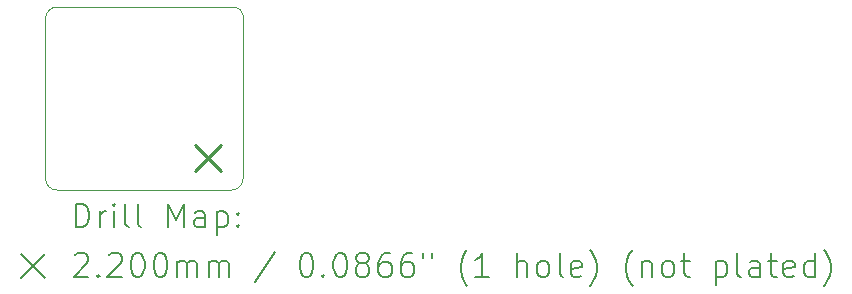
<source format=gbr>
%TF.GenerationSoftware,KiCad,Pcbnew,8.0.5*%
%TF.CreationDate,2024-10-31T19:03:14-07:00*%
%TF.ProjectId,uSlime_BNO085_Module,75536c69-6d65-45f4-924e-4f3038355f4d,rev?*%
%TF.SameCoordinates,Original*%
%TF.FileFunction,Drillmap*%
%TF.FilePolarity,Positive*%
%FSLAX45Y45*%
G04 Gerber Fmt 4.5, Leading zero omitted, Abs format (unit mm)*
G04 Created by KiCad (PCBNEW 8.0.5) date 2024-10-31 19:03:14*
%MOMM*%
%LPD*%
G01*
G04 APERTURE LIST*
%ADD10C,0.050000*%
%ADD11C,0.200000*%
%ADD12C,0.220000*%
G04 APERTURE END LIST*
D10*
X9340000Y-9535000D02*
G75*
G02*
X9440000Y-9435000I100000J0D01*
G01*
X9440000Y-10985000D02*
G75*
G02*
X9340000Y-10885000I0J100000D01*
G01*
X10940000Y-9435000D02*
X9440000Y-9435000D01*
X9340000Y-9535000D02*
X9340000Y-10885000D01*
X11015000Y-10885000D02*
G75*
G02*
X10915000Y-10985000I-100000J0D01*
G01*
X10940000Y-9435000D02*
G75*
G02*
X11015000Y-9510000I0J-75000D01*
G01*
X11015000Y-10885000D02*
X11015000Y-9510000D01*
X9440000Y-10985000D02*
X10915000Y-10985000D01*
D11*
D12*
X10605000Y-10600000D02*
X10825000Y-10820000D01*
X10825000Y-10600000D02*
X10605000Y-10820000D01*
D11*
X9598277Y-11298984D02*
X9598277Y-11098984D01*
X9598277Y-11098984D02*
X9645896Y-11098984D01*
X9645896Y-11098984D02*
X9674467Y-11108508D01*
X9674467Y-11108508D02*
X9693515Y-11127555D01*
X9693515Y-11127555D02*
X9703039Y-11146603D01*
X9703039Y-11146603D02*
X9712563Y-11184698D01*
X9712563Y-11184698D02*
X9712563Y-11213269D01*
X9712563Y-11213269D02*
X9703039Y-11251365D01*
X9703039Y-11251365D02*
X9693515Y-11270412D01*
X9693515Y-11270412D02*
X9674467Y-11289460D01*
X9674467Y-11289460D02*
X9645896Y-11298984D01*
X9645896Y-11298984D02*
X9598277Y-11298984D01*
X9798277Y-11298984D02*
X9798277Y-11165650D01*
X9798277Y-11203746D02*
X9807801Y-11184698D01*
X9807801Y-11184698D02*
X9817324Y-11175174D01*
X9817324Y-11175174D02*
X9836372Y-11165650D01*
X9836372Y-11165650D02*
X9855420Y-11165650D01*
X9922086Y-11298984D02*
X9922086Y-11165650D01*
X9922086Y-11098984D02*
X9912563Y-11108508D01*
X9912563Y-11108508D02*
X9922086Y-11118031D01*
X9922086Y-11118031D02*
X9931610Y-11108508D01*
X9931610Y-11108508D02*
X9922086Y-11098984D01*
X9922086Y-11098984D02*
X9922086Y-11118031D01*
X10045896Y-11298984D02*
X10026848Y-11289460D01*
X10026848Y-11289460D02*
X10017324Y-11270412D01*
X10017324Y-11270412D02*
X10017324Y-11098984D01*
X10150658Y-11298984D02*
X10131610Y-11289460D01*
X10131610Y-11289460D02*
X10122086Y-11270412D01*
X10122086Y-11270412D02*
X10122086Y-11098984D01*
X10379229Y-11298984D02*
X10379229Y-11098984D01*
X10379229Y-11098984D02*
X10445896Y-11241841D01*
X10445896Y-11241841D02*
X10512563Y-11098984D01*
X10512563Y-11098984D02*
X10512563Y-11298984D01*
X10693515Y-11298984D02*
X10693515Y-11194222D01*
X10693515Y-11194222D02*
X10683991Y-11175174D01*
X10683991Y-11175174D02*
X10664944Y-11165650D01*
X10664944Y-11165650D02*
X10626848Y-11165650D01*
X10626848Y-11165650D02*
X10607801Y-11175174D01*
X10693515Y-11289460D02*
X10674467Y-11298984D01*
X10674467Y-11298984D02*
X10626848Y-11298984D01*
X10626848Y-11298984D02*
X10607801Y-11289460D01*
X10607801Y-11289460D02*
X10598277Y-11270412D01*
X10598277Y-11270412D02*
X10598277Y-11251365D01*
X10598277Y-11251365D02*
X10607801Y-11232317D01*
X10607801Y-11232317D02*
X10626848Y-11222793D01*
X10626848Y-11222793D02*
X10674467Y-11222793D01*
X10674467Y-11222793D02*
X10693515Y-11213269D01*
X10788753Y-11165650D02*
X10788753Y-11365650D01*
X10788753Y-11175174D02*
X10807801Y-11165650D01*
X10807801Y-11165650D02*
X10845896Y-11165650D01*
X10845896Y-11165650D02*
X10864944Y-11175174D01*
X10864944Y-11175174D02*
X10874467Y-11184698D01*
X10874467Y-11184698D02*
X10883991Y-11203746D01*
X10883991Y-11203746D02*
X10883991Y-11260888D01*
X10883991Y-11260888D02*
X10874467Y-11279936D01*
X10874467Y-11279936D02*
X10864944Y-11289460D01*
X10864944Y-11289460D02*
X10845896Y-11298984D01*
X10845896Y-11298984D02*
X10807801Y-11298984D01*
X10807801Y-11298984D02*
X10788753Y-11289460D01*
X10969705Y-11279936D02*
X10979229Y-11289460D01*
X10979229Y-11289460D02*
X10969705Y-11298984D01*
X10969705Y-11298984D02*
X10960182Y-11289460D01*
X10960182Y-11289460D02*
X10969705Y-11279936D01*
X10969705Y-11279936D02*
X10969705Y-11298984D01*
X10969705Y-11175174D02*
X10979229Y-11184698D01*
X10979229Y-11184698D02*
X10969705Y-11194222D01*
X10969705Y-11194222D02*
X10960182Y-11184698D01*
X10960182Y-11184698D02*
X10969705Y-11175174D01*
X10969705Y-11175174D02*
X10969705Y-11194222D01*
X9137500Y-11527500D02*
X9337500Y-11727500D01*
X9337500Y-11527500D02*
X9137500Y-11727500D01*
X9588753Y-11538031D02*
X9598277Y-11528508D01*
X9598277Y-11528508D02*
X9617324Y-11518984D01*
X9617324Y-11518984D02*
X9664944Y-11518984D01*
X9664944Y-11518984D02*
X9683991Y-11528508D01*
X9683991Y-11528508D02*
X9693515Y-11538031D01*
X9693515Y-11538031D02*
X9703039Y-11557079D01*
X9703039Y-11557079D02*
X9703039Y-11576127D01*
X9703039Y-11576127D02*
X9693515Y-11604698D01*
X9693515Y-11604698D02*
X9579229Y-11718984D01*
X9579229Y-11718984D02*
X9703039Y-11718984D01*
X9788753Y-11699936D02*
X9798277Y-11709460D01*
X9798277Y-11709460D02*
X9788753Y-11718984D01*
X9788753Y-11718984D02*
X9779229Y-11709460D01*
X9779229Y-11709460D02*
X9788753Y-11699936D01*
X9788753Y-11699936D02*
X9788753Y-11718984D01*
X9874467Y-11538031D02*
X9883991Y-11528508D01*
X9883991Y-11528508D02*
X9903039Y-11518984D01*
X9903039Y-11518984D02*
X9950658Y-11518984D01*
X9950658Y-11518984D02*
X9969705Y-11528508D01*
X9969705Y-11528508D02*
X9979229Y-11538031D01*
X9979229Y-11538031D02*
X9988753Y-11557079D01*
X9988753Y-11557079D02*
X9988753Y-11576127D01*
X9988753Y-11576127D02*
X9979229Y-11604698D01*
X9979229Y-11604698D02*
X9864944Y-11718984D01*
X9864944Y-11718984D02*
X9988753Y-11718984D01*
X10112563Y-11518984D02*
X10131610Y-11518984D01*
X10131610Y-11518984D02*
X10150658Y-11528508D01*
X10150658Y-11528508D02*
X10160182Y-11538031D01*
X10160182Y-11538031D02*
X10169705Y-11557079D01*
X10169705Y-11557079D02*
X10179229Y-11595174D01*
X10179229Y-11595174D02*
X10179229Y-11642793D01*
X10179229Y-11642793D02*
X10169705Y-11680888D01*
X10169705Y-11680888D02*
X10160182Y-11699936D01*
X10160182Y-11699936D02*
X10150658Y-11709460D01*
X10150658Y-11709460D02*
X10131610Y-11718984D01*
X10131610Y-11718984D02*
X10112563Y-11718984D01*
X10112563Y-11718984D02*
X10093515Y-11709460D01*
X10093515Y-11709460D02*
X10083991Y-11699936D01*
X10083991Y-11699936D02*
X10074467Y-11680888D01*
X10074467Y-11680888D02*
X10064944Y-11642793D01*
X10064944Y-11642793D02*
X10064944Y-11595174D01*
X10064944Y-11595174D02*
X10074467Y-11557079D01*
X10074467Y-11557079D02*
X10083991Y-11538031D01*
X10083991Y-11538031D02*
X10093515Y-11528508D01*
X10093515Y-11528508D02*
X10112563Y-11518984D01*
X10303039Y-11518984D02*
X10322086Y-11518984D01*
X10322086Y-11518984D02*
X10341134Y-11528508D01*
X10341134Y-11528508D02*
X10350658Y-11538031D01*
X10350658Y-11538031D02*
X10360182Y-11557079D01*
X10360182Y-11557079D02*
X10369705Y-11595174D01*
X10369705Y-11595174D02*
X10369705Y-11642793D01*
X10369705Y-11642793D02*
X10360182Y-11680888D01*
X10360182Y-11680888D02*
X10350658Y-11699936D01*
X10350658Y-11699936D02*
X10341134Y-11709460D01*
X10341134Y-11709460D02*
X10322086Y-11718984D01*
X10322086Y-11718984D02*
X10303039Y-11718984D01*
X10303039Y-11718984D02*
X10283991Y-11709460D01*
X10283991Y-11709460D02*
X10274467Y-11699936D01*
X10274467Y-11699936D02*
X10264944Y-11680888D01*
X10264944Y-11680888D02*
X10255420Y-11642793D01*
X10255420Y-11642793D02*
X10255420Y-11595174D01*
X10255420Y-11595174D02*
X10264944Y-11557079D01*
X10264944Y-11557079D02*
X10274467Y-11538031D01*
X10274467Y-11538031D02*
X10283991Y-11528508D01*
X10283991Y-11528508D02*
X10303039Y-11518984D01*
X10455420Y-11718984D02*
X10455420Y-11585650D01*
X10455420Y-11604698D02*
X10464944Y-11595174D01*
X10464944Y-11595174D02*
X10483991Y-11585650D01*
X10483991Y-11585650D02*
X10512563Y-11585650D01*
X10512563Y-11585650D02*
X10531610Y-11595174D01*
X10531610Y-11595174D02*
X10541134Y-11614222D01*
X10541134Y-11614222D02*
X10541134Y-11718984D01*
X10541134Y-11614222D02*
X10550658Y-11595174D01*
X10550658Y-11595174D02*
X10569705Y-11585650D01*
X10569705Y-11585650D02*
X10598277Y-11585650D01*
X10598277Y-11585650D02*
X10617325Y-11595174D01*
X10617325Y-11595174D02*
X10626848Y-11614222D01*
X10626848Y-11614222D02*
X10626848Y-11718984D01*
X10722086Y-11718984D02*
X10722086Y-11585650D01*
X10722086Y-11604698D02*
X10731610Y-11595174D01*
X10731610Y-11595174D02*
X10750658Y-11585650D01*
X10750658Y-11585650D02*
X10779229Y-11585650D01*
X10779229Y-11585650D02*
X10798277Y-11595174D01*
X10798277Y-11595174D02*
X10807801Y-11614222D01*
X10807801Y-11614222D02*
X10807801Y-11718984D01*
X10807801Y-11614222D02*
X10817325Y-11595174D01*
X10817325Y-11595174D02*
X10836372Y-11585650D01*
X10836372Y-11585650D02*
X10864944Y-11585650D01*
X10864944Y-11585650D02*
X10883991Y-11595174D01*
X10883991Y-11595174D02*
X10893515Y-11614222D01*
X10893515Y-11614222D02*
X10893515Y-11718984D01*
X11283991Y-11509460D02*
X11112563Y-11766603D01*
X11541134Y-11518984D02*
X11560182Y-11518984D01*
X11560182Y-11518984D02*
X11579229Y-11528508D01*
X11579229Y-11528508D02*
X11588753Y-11538031D01*
X11588753Y-11538031D02*
X11598277Y-11557079D01*
X11598277Y-11557079D02*
X11607801Y-11595174D01*
X11607801Y-11595174D02*
X11607801Y-11642793D01*
X11607801Y-11642793D02*
X11598277Y-11680888D01*
X11598277Y-11680888D02*
X11588753Y-11699936D01*
X11588753Y-11699936D02*
X11579229Y-11709460D01*
X11579229Y-11709460D02*
X11560182Y-11718984D01*
X11560182Y-11718984D02*
X11541134Y-11718984D01*
X11541134Y-11718984D02*
X11522086Y-11709460D01*
X11522086Y-11709460D02*
X11512563Y-11699936D01*
X11512563Y-11699936D02*
X11503039Y-11680888D01*
X11503039Y-11680888D02*
X11493515Y-11642793D01*
X11493515Y-11642793D02*
X11493515Y-11595174D01*
X11493515Y-11595174D02*
X11503039Y-11557079D01*
X11503039Y-11557079D02*
X11512563Y-11538031D01*
X11512563Y-11538031D02*
X11522086Y-11528508D01*
X11522086Y-11528508D02*
X11541134Y-11518984D01*
X11693515Y-11699936D02*
X11703039Y-11709460D01*
X11703039Y-11709460D02*
X11693515Y-11718984D01*
X11693515Y-11718984D02*
X11683991Y-11709460D01*
X11683991Y-11709460D02*
X11693515Y-11699936D01*
X11693515Y-11699936D02*
X11693515Y-11718984D01*
X11826848Y-11518984D02*
X11845896Y-11518984D01*
X11845896Y-11518984D02*
X11864944Y-11528508D01*
X11864944Y-11528508D02*
X11874467Y-11538031D01*
X11874467Y-11538031D02*
X11883991Y-11557079D01*
X11883991Y-11557079D02*
X11893515Y-11595174D01*
X11893515Y-11595174D02*
X11893515Y-11642793D01*
X11893515Y-11642793D02*
X11883991Y-11680888D01*
X11883991Y-11680888D02*
X11874467Y-11699936D01*
X11874467Y-11699936D02*
X11864944Y-11709460D01*
X11864944Y-11709460D02*
X11845896Y-11718984D01*
X11845896Y-11718984D02*
X11826848Y-11718984D01*
X11826848Y-11718984D02*
X11807801Y-11709460D01*
X11807801Y-11709460D02*
X11798277Y-11699936D01*
X11798277Y-11699936D02*
X11788753Y-11680888D01*
X11788753Y-11680888D02*
X11779229Y-11642793D01*
X11779229Y-11642793D02*
X11779229Y-11595174D01*
X11779229Y-11595174D02*
X11788753Y-11557079D01*
X11788753Y-11557079D02*
X11798277Y-11538031D01*
X11798277Y-11538031D02*
X11807801Y-11528508D01*
X11807801Y-11528508D02*
X11826848Y-11518984D01*
X12007801Y-11604698D02*
X11988753Y-11595174D01*
X11988753Y-11595174D02*
X11979229Y-11585650D01*
X11979229Y-11585650D02*
X11969706Y-11566603D01*
X11969706Y-11566603D02*
X11969706Y-11557079D01*
X11969706Y-11557079D02*
X11979229Y-11538031D01*
X11979229Y-11538031D02*
X11988753Y-11528508D01*
X11988753Y-11528508D02*
X12007801Y-11518984D01*
X12007801Y-11518984D02*
X12045896Y-11518984D01*
X12045896Y-11518984D02*
X12064944Y-11528508D01*
X12064944Y-11528508D02*
X12074467Y-11538031D01*
X12074467Y-11538031D02*
X12083991Y-11557079D01*
X12083991Y-11557079D02*
X12083991Y-11566603D01*
X12083991Y-11566603D02*
X12074467Y-11585650D01*
X12074467Y-11585650D02*
X12064944Y-11595174D01*
X12064944Y-11595174D02*
X12045896Y-11604698D01*
X12045896Y-11604698D02*
X12007801Y-11604698D01*
X12007801Y-11604698D02*
X11988753Y-11614222D01*
X11988753Y-11614222D02*
X11979229Y-11623746D01*
X11979229Y-11623746D02*
X11969706Y-11642793D01*
X11969706Y-11642793D02*
X11969706Y-11680888D01*
X11969706Y-11680888D02*
X11979229Y-11699936D01*
X11979229Y-11699936D02*
X11988753Y-11709460D01*
X11988753Y-11709460D02*
X12007801Y-11718984D01*
X12007801Y-11718984D02*
X12045896Y-11718984D01*
X12045896Y-11718984D02*
X12064944Y-11709460D01*
X12064944Y-11709460D02*
X12074467Y-11699936D01*
X12074467Y-11699936D02*
X12083991Y-11680888D01*
X12083991Y-11680888D02*
X12083991Y-11642793D01*
X12083991Y-11642793D02*
X12074467Y-11623746D01*
X12074467Y-11623746D02*
X12064944Y-11614222D01*
X12064944Y-11614222D02*
X12045896Y-11604698D01*
X12255420Y-11518984D02*
X12217325Y-11518984D01*
X12217325Y-11518984D02*
X12198277Y-11528508D01*
X12198277Y-11528508D02*
X12188753Y-11538031D01*
X12188753Y-11538031D02*
X12169706Y-11566603D01*
X12169706Y-11566603D02*
X12160182Y-11604698D01*
X12160182Y-11604698D02*
X12160182Y-11680888D01*
X12160182Y-11680888D02*
X12169706Y-11699936D01*
X12169706Y-11699936D02*
X12179229Y-11709460D01*
X12179229Y-11709460D02*
X12198277Y-11718984D01*
X12198277Y-11718984D02*
X12236372Y-11718984D01*
X12236372Y-11718984D02*
X12255420Y-11709460D01*
X12255420Y-11709460D02*
X12264944Y-11699936D01*
X12264944Y-11699936D02*
X12274467Y-11680888D01*
X12274467Y-11680888D02*
X12274467Y-11633269D01*
X12274467Y-11633269D02*
X12264944Y-11614222D01*
X12264944Y-11614222D02*
X12255420Y-11604698D01*
X12255420Y-11604698D02*
X12236372Y-11595174D01*
X12236372Y-11595174D02*
X12198277Y-11595174D01*
X12198277Y-11595174D02*
X12179229Y-11604698D01*
X12179229Y-11604698D02*
X12169706Y-11614222D01*
X12169706Y-11614222D02*
X12160182Y-11633269D01*
X12445896Y-11518984D02*
X12407801Y-11518984D01*
X12407801Y-11518984D02*
X12388753Y-11528508D01*
X12388753Y-11528508D02*
X12379229Y-11538031D01*
X12379229Y-11538031D02*
X12360182Y-11566603D01*
X12360182Y-11566603D02*
X12350658Y-11604698D01*
X12350658Y-11604698D02*
X12350658Y-11680888D01*
X12350658Y-11680888D02*
X12360182Y-11699936D01*
X12360182Y-11699936D02*
X12369706Y-11709460D01*
X12369706Y-11709460D02*
X12388753Y-11718984D01*
X12388753Y-11718984D02*
X12426848Y-11718984D01*
X12426848Y-11718984D02*
X12445896Y-11709460D01*
X12445896Y-11709460D02*
X12455420Y-11699936D01*
X12455420Y-11699936D02*
X12464944Y-11680888D01*
X12464944Y-11680888D02*
X12464944Y-11633269D01*
X12464944Y-11633269D02*
X12455420Y-11614222D01*
X12455420Y-11614222D02*
X12445896Y-11604698D01*
X12445896Y-11604698D02*
X12426848Y-11595174D01*
X12426848Y-11595174D02*
X12388753Y-11595174D01*
X12388753Y-11595174D02*
X12369706Y-11604698D01*
X12369706Y-11604698D02*
X12360182Y-11614222D01*
X12360182Y-11614222D02*
X12350658Y-11633269D01*
X12541134Y-11518984D02*
X12541134Y-11557079D01*
X12617325Y-11518984D02*
X12617325Y-11557079D01*
X12912563Y-11795174D02*
X12903039Y-11785650D01*
X12903039Y-11785650D02*
X12883991Y-11757079D01*
X12883991Y-11757079D02*
X12874468Y-11738031D01*
X12874468Y-11738031D02*
X12864944Y-11709460D01*
X12864944Y-11709460D02*
X12855420Y-11661841D01*
X12855420Y-11661841D02*
X12855420Y-11623746D01*
X12855420Y-11623746D02*
X12864944Y-11576127D01*
X12864944Y-11576127D02*
X12874468Y-11547555D01*
X12874468Y-11547555D02*
X12883991Y-11528508D01*
X12883991Y-11528508D02*
X12903039Y-11499936D01*
X12903039Y-11499936D02*
X12912563Y-11490412D01*
X13093515Y-11718984D02*
X12979229Y-11718984D01*
X13036372Y-11718984D02*
X13036372Y-11518984D01*
X13036372Y-11518984D02*
X13017325Y-11547555D01*
X13017325Y-11547555D02*
X12998277Y-11566603D01*
X12998277Y-11566603D02*
X12979229Y-11576127D01*
X13331610Y-11718984D02*
X13331610Y-11518984D01*
X13417325Y-11718984D02*
X13417325Y-11614222D01*
X13417325Y-11614222D02*
X13407801Y-11595174D01*
X13407801Y-11595174D02*
X13388753Y-11585650D01*
X13388753Y-11585650D02*
X13360182Y-11585650D01*
X13360182Y-11585650D02*
X13341134Y-11595174D01*
X13341134Y-11595174D02*
X13331610Y-11604698D01*
X13541134Y-11718984D02*
X13522087Y-11709460D01*
X13522087Y-11709460D02*
X13512563Y-11699936D01*
X13512563Y-11699936D02*
X13503039Y-11680888D01*
X13503039Y-11680888D02*
X13503039Y-11623746D01*
X13503039Y-11623746D02*
X13512563Y-11604698D01*
X13512563Y-11604698D02*
X13522087Y-11595174D01*
X13522087Y-11595174D02*
X13541134Y-11585650D01*
X13541134Y-11585650D02*
X13569706Y-11585650D01*
X13569706Y-11585650D02*
X13588753Y-11595174D01*
X13588753Y-11595174D02*
X13598277Y-11604698D01*
X13598277Y-11604698D02*
X13607801Y-11623746D01*
X13607801Y-11623746D02*
X13607801Y-11680888D01*
X13607801Y-11680888D02*
X13598277Y-11699936D01*
X13598277Y-11699936D02*
X13588753Y-11709460D01*
X13588753Y-11709460D02*
X13569706Y-11718984D01*
X13569706Y-11718984D02*
X13541134Y-11718984D01*
X13722087Y-11718984D02*
X13703039Y-11709460D01*
X13703039Y-11709460D02*
X13693515Y-11690412D01*
X13693515Y-11690412D02*
X13693515Y-11518984D01*
X13874468Y-11709460D02*
X13855420Y-11718984D01*
X13855420Y-11718984D02*
X13817325Y-11718984D01*
X13817325Y-11718984D02*
X13798277Y-11709460D01*
X13798277Y-11709460D02*
X13788753Y-11690412D01*
X13788753Y-11690412D02*
X13788753Y-11614222D01*
X13788753Y-11614222D02*
X13798277Y-11595174D01*
X13798277Y-11595174D02*
X13817325Y-11585650D01*
X13817325Y-11585650D02*
X13855420Y-11585650D01*
X13855420Y-11585650D02*
X13874468Y-11595174D01*
X13874468Y-11595174D02*
X13883991Y-11614222D01*
X13883991Y-11614222D02*
X13883991Y-11633269D01*
X13883991Y-11633269D02*
X13788753Y-11652317D01*
X13950658Y-11795174D02*
X13960182Y-11785650D01*
X13960182Y-11785650D02*
X13979230Y-11757079D01*
X13979230Y-11757079D02*
X13988753Y-11738031D01*
X13988753Y-11738031D02*
X13998277Y-11709460D01*
X13998277Y-11709460D02*
X14007801Y-11661841D01*
X14007801Y-11661841D02*
X14007801Y-11623746D01*
X14007801Y-11623746D02*
X13998277Y-11576127D01*
X13998277Y-11576127D02*
X13988753Y-11547555D01*
X13988753Y-11547555D02*
X13979230Y-11528508D01*
X13979230Y-11528508D02*
X13960182Y-11499936D01*
X13960182Y-11499936D02*
X13950658Y-11490412D01*
X14312563Y-11795174D02*
X14303039Y-11785650D01*
X14303039Y-11785650D02*
X14283991Y-11757079D01*
X14283991Y-11757079D02*
X14274468Y-11738031D01*
X14274468Y-11738031D02*
X14264944Y-11709460D01*
X14264944Y-11709460D02*
X14255420Y-11661841D01*
X14255420Y-11661841D02*
X14255420Y-11623746D01*
X14255420Y-11623746D02*
X14264944Y-11576127D01*
X14264944Y-11576127D02*
X14274468Y-11547555D01*
X14274468Y-11547555D02*
X14283991Y-11528508D01*
X14283991Y-11528508D02*
X14303039Y-11499936D01*
X14303039Y-11499936D02*
X14312563Y-11490412D01*
X14388753Y-11585650D02*
X14388753Y-11718984D01*
X14388753Y-11604698D02*
X14398277Y-11595174D01*
X14398277Y-11595174D02*
X14417325Y-11585650D01*
X14417325Y-11585650D02*
X14445896Y-11585650D01*
X14445896Y-11585650D02*
X14464944Y-11595174D01*
X14464944Y-11595174D02*
X14474468Y-11614222D01*
X14474468Y-11614222D02*
X14474468Y-11718984D01*
X14598277Y-11718984D02*
X14579230Y-11709460D01*
X14579230Y-11709460D02*
X14569706Y-11699936D01*
X14569706Y-11699936D02*
X14560182Y-11680888D01*
X14560182Y-11680888D02*
X14560182Y-11623746D01*
X14560182Y-11623746D02*
X14569706Y-11604698D01*
X14569706Y-11604698D02*
X14579230Y-11595174D01*
X14579230Y-11595174D02*
X14598277Y-11585650D01*
X14598277Y-11585650D02*
X14626849Y-11585650D01*
X14626849Y-11585650D02*
X14645896Y-11595174D01*
X14645896Y-11595174D02*
X14655420Y-11604698D01*
X14655420Y-11604698D02*
X14664944Y-11623746D01*
X14664944Y-11623746D02*
X14664944Y-11680888D01*
X14664944Y-11680888D02*
X14655420Y-11699936D01*
X14655420Y-11699936D02*
X14645896Y-11709460D01*
X14645896Y-11709460D02*
X14626849Y-11718984D01*
X14626849Y-11718984D02*
X14598277Y-11718984D01*
X14722087Y-11585650D02*
X14798277Y-11585650D01*
X14750658Y-11518984D02*
X14750658Y-11690412D01*
X14750658Y-11690412D02*
X14760182Y-11709460D01*
X14760182Y-11709460D02*
X14779230Y-11718984D01*
X14779230Y-11718984D02*
X14798277Y-11718984D01*
X15017325Y-11585650D02*
X15017325Y-11785650D01*
X15017325Y-11595174D02*
X15036372Y-11585650D01*
X15036372Y-11585650D02*
X15074468Y-11585650D01*
X15074468Y-11585650D02*
X15093515Y-11595174D01*
X15093515Y-11595174D02*
X15103039Y-11604698D01*
X15103039Y-11604698D02*
X15112563Y-11623746D01*
X15112563Y-11623746D02*
X15112563Y-11680888D01*
X15112563Y-11680888D02*
X15103039Y-11699936D01*
X15103039Y-11699936D02*
X15093515Y-11709460D01*
X15093515Y-11709460D02*
X15074468Y-11718984D01*
X15074468Y-11718984D02*
X15036372Y-11718984D01*
X15036372Y-11718984D02*
X15017325Y-11709460D01*
X15226849Y-11718984D02*
X15207801Y-11709460D01*
X15207801Y-11709460D02*
X15198277Y-11690412D01*
X15198277Y-11690412D02*
X15198277Y-11518984D01*
X15388753Y-11718984D02*
X15388753Y-11614222D01*
X15388753Y-11614222D02*
X15379230Y-11595174D01*
X15379230Y-11595174D02*
X15360182Y-11585650D01*
X15360182Y-11585650D02*
X15322087Y-11585650D01*
X15322087Y-11585650D02*
X15303039Y-11595174D01*
X15388753Y-11709460D02*
X15369706Y-11718984D01*
X15369706Y-11718984D02*
X15322087Y-11718984D01*
X15322087Y-11718984D02*
X15303039Y-11709460D01*
X15303039Y-11709460D02*
X15293515Y-11690412D01*
X15293515Y-11690412D02*
X15293515Y-11671365D01*
X15293515Y-11671365D02*
X15303039Y-11652317D01*
X15303039Y-11652317D02*
X15322087Y-11642793D01*
X15322087Y-11642793D02*
X15369706Y-11642793D01*
X15369706Y-11642793D02*
X15388753Y-11633269D01*
X15455420Y-11585650D02*
X15531611Y-11585650D01*
X15483992Y-11518984D02*
X15483992Y-11690412D01*
X15483992Y-11690412D02*
X15493515Y-11709460D01*
X15493515Y-11709460D02*
X15512563Y-11718984D01*
X15512563Y-11718984D02*
X15531611Y-11718984D01*
X15674468Y-11709460D02*
X15655420Y-11718984D01*
X15655420Y-11718984D02*
X15617325Y-11718984D01*
X15617325Y-11718984D02*
X15598277Y-11709460D01*
X15598277Y-11709460D02*
X15588753Y-11690412D01*
X15588753Y-11690412D02*
X15588753Y-11614222D01*
X15588753Y-11614222D02*
X15598277Y-11595174D01*
X15598277Y-11595174D02*
X15617325Y-11585650D01*
X15617325Y-11585650D02*
X15655420Y-11585650D01*
X15655420Y-11585650D02*
X15674468Y-11595174D01*
X15674468Y-11595174D02*
X15683992Y-11614222D01*
X15683992Y-11614222D02*
X15683992Y-11633269D01*
X15683992Y-11633269D02*
X15588753Y-11652317D01*
X15855420Y-11718984D02*
X15855420Y-11518984D01*
X15855420Y-11709460D02*
X15836373Y-11718984D01*
X15836373Y-11718984D02*
X15798277Y-11718984D01*
X15798277Y-11718984D02*
X15779230Y-11709460D01*
X15779230Y-11709460D02*
X15769706Y-11699936D01*
X15769706Y-11699936D02*
X15760182Y-11680888D01*
X15760182Y-11680888D02*
X15760182Y-11623746D01*
X15760182Y-11623746D02*
X15769706Y-11604698D01*
X15769706Y-11604698D02*
X15779230Y-11595174D01*
X15779230Y-11595174D02*
X15798277Y-11585650D01*
X15798277Y-11585650D02*
X15836373Y-11585650D01*
X15836373Y-11585650D02*
X15855420Y-11595174D01*
X15931611Y-11795174D02*
X15941134Y-11785650D01*
X15941134Y-11785650D02*
X15960182Y-11757079D01*
X15960182Y-11757079D02*
X15969706Y-11738031D01*
X15969706Y-11738031D02*
X15979230Y-11709460D01*
X15979230Y-11709460D02*
X15988753Y-11661841D01*
X15988753Y-11661841D02*
X15988753Y-11623746D01*
X15988753Y-11623746D02*
X15979230Y-11576127D01*
X15979230Y-11576127D02*
X15969706Y-11547555D01*
X15969706Y-11547555D02*
X15960182Y-11528508D01*
X15960182Y-11528508D02*
X15941134Y-11499936D01*
X15941134Y-11499936D02*
X15931611Y-11490412D01*
M02*

</source>
